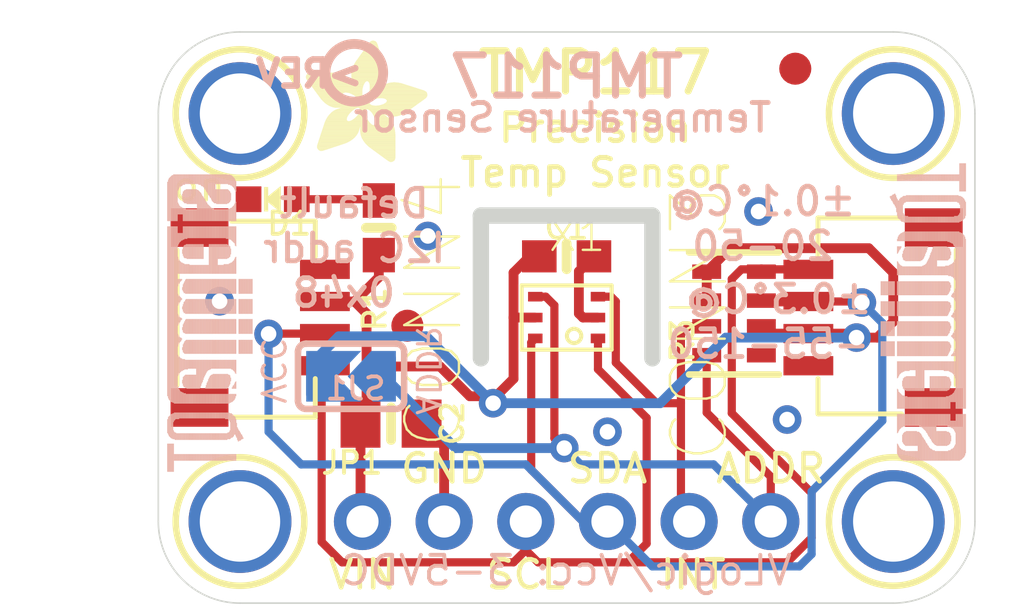
<source format=kicad_pcb>
(kicad_pcb (version 20211014) (generator pcbnew)
  (layers (0 "F.Cu" signal) (31 "B.Cu" signal) (34 "B.Paste" user) (35 "F.Paste" user) (36 "B.SilkS" user "B.Silkscreen") (37 "F.SilkS" user "F.Silkscreen") (38 "B.Mask" user) (39 "F.Mask" user) (44 "Edge.Cuts" user))
  (net 0 "")
  (net 1 "GND")
  (net 2 "SDA")
  (net 3 "SCL")
  (net 4 "INT")
  (net 5 "VCC")
  (net 6 "N$1")
  (net 7 "ADDR")
  (footprint "boardEagle:ADAFRUIT_3.5MM" (layer "F.Cu") (at 140.3731 100.1776)
    (fp_text reference "U$22" hide)
    (fp_text value "" hide)
  )
  (footprint "boardEagle:CHIPLED_0603_NOOUTLINE" (layer "F.Cu") (at 139.3571 101.3206 90)
    (fp_text reference "D1" (at -0.762 1.27) (layer "F.SilkS") (effects (font (size 0.692831 0.692831) (thickness 0.119969)) (justify right)))
    (fp_text value "GREEN")
    (pad "A" smd rect (at 0 0.75 90) (size 0.8 0.8) (layers "F.Cu" "F.Paste" "F.Mask") (net 6 "N$1"))
    (pad "C" smd rect (at 0 -0.75 90) (size 0.8 0.8) (layers "F.Cu" "F.Paste" "F.Mask") (net 1 "GND"))
  )
  (footprint "boardEagle:MOUNTINGHOLE_2.5_PLATED" (layer "F.Cu") (at 158.6611 98.6536)
    (fp_text reference "U$17" hide)
    (fp_text value "MOUNTINGHOLE2.5" hide)
    (pad "P$1" thru_hole circle (at 0 0) (size 3.2 3.2) (drill 2.5) (layers *.Cu *.Mask))
  )
  (footprint "boardEagle:MOUNTINGHOLE_2.5_PLATED" (layer "F.Cu") (at 138.3411 111.3536)
    (fp_text reference "U$19" hide)
    (fp_text value "MOUNTINGHOLE2.5" hide)
    (pad "P$1" thru_hole circle (at 0 0) (size 3.2 3.2) (drill 2.5) (layers *.Cu *.Mask))
  )
  (footprint "boardEagle:MOUNTINGHOLE_2.5_PLATED" (layer "F.Cu") (at 138.3411 98.6536)
    (fp_text reference "U$1" hide)
    (fp_text value "MOUNTINGHOLE2.5" hide)
    (pad "P$1" thru_hole circle (at 0 0) (size 3.2 3.2) (drill 2.5) (layers *.Cu *.Mask))
  )
  (footprint "boardEagle:RESPACK_4X0603" (layer "F.Cu") (at 153.7081 104.8766 90)
    (fp_text reference "R3" (at -1.6 -1.6 90) (layer "F.SilkS") (effects (font (size 0.692831 0.692831) (thickness 0.119969)) (justify left)))
    (fp_text value "10K")
    (pad "1" smd rect (at -1.3 0.85 90) (size 0.45 0.9) (layers "F.Cu" "F.Paste" "F.Mask") (net 1 "GND"))
    (pad "2" smd rect (at -0.4 0.85 90) (size 0.45 0.9) (layers "F.Cu" "F.Paste" "F.Mask") (net 5 "VCC"))
    (pad "3" smd rect (at 0.4 0.85 90) (size 0.45 0.9) (layers "F.Cu" "F.Paste" "F.Mask") (net 2 "SDA"))
    (pad "4" smd rect (at 1.3 0.85 90) (size 0.45 0.9) (layers "F.Cu" "F.Paste" "F.Mask") (net 3 "SCL"))
    (pad "5" smd rect (at 1.3 -0.85 90) (size 0.45 0.9) (layers "F.Cu" "F.Paste" "F.Mask") (net 5 "VCC"))
    (pad "6" smd rect (at 0.4 -0.85 90) (size 0.45 0.9) (layers "F.Cu" "F.Paste" "F.Mask") (net 5 "VCC"))
    (pad "7" smd rect (at -0.4 -0.85 90) (size 0.45 0.9) (layers "F.Cu" "F.Paste" "F.Mask") (net 4 "INT"))
    (pad "8" smd rect (at -1.3 -0.85 90) (size 0.45 0.9) (layers "F.Cu" "F.Paste" "F.Mask") (net 7 "ADDR"))
  )
  (footprint "boardEagle:WSON-6" (layer "F.Cu") (at 148.5011 105.0036 180)
    (fp_text reference "X1" (at -1.27 2.54) (layer "F.SilkS") (effects (font (size 0.941222 0.941222) (thickness 0.074778)) (justify right)))
    (fp_text value "TMP117_WSON")
    (pad "1" smd roundrect (at -0.975 -0.65 270) (size 0.3 0.45) (layers "F.Cu" "F.Paste" "F.Mask") (roundrect_rratio 0.025) (net 3 "SCL"))
    (pad "2" smd roundrect (at -0.975 0 270) (size 0.3 0.45) (layers "F.Cu" "F.Paste" "F.Mask") (roundrect_rratio 0.025) (net 1 "GND"))
    (pad "3" smd roundrect (at -0.975 0.65 270) (size 0.3 0.45) (layers "F.Cu" "F.Paste" "F.Mask") (roundrect_rratio 0.025) (net 4 "INT"))
    (pad "4" smd roundrect (at 0.975 0.65 270) (size 0.3 0.45) (layers "F.Cu" "F.Paste" "F.Mask") (roundrect_rratio 0.025) (net 7 "ADDR"))
    (pad "5" smd roundrect (at 0.975 0 270) (size 0.3 0.45) (layers "F.Cu" "F.Paste" "F.Mask") (roundrect_rratio 0.025) (net 5 "VCC"))
    (pad "6" smd roundrect (at 0.975 -0.65 270) (size 0.3 0.45) (layers "F.Cu" "F.Paste" "F.Mask") (roundrect_rratio 0.025) (net 2 "SDA"))
  )
  (footprint "boardEagle:JST_SH4" (layer "F.Cu") (at 138.4681 105.0036 -90)
    (fp_text reference "CONN4" (at -4.6 -5.9 90) (layer "F.SilkS") (effects (font (size 1.703222 1.703222) (thickness 0.074778)) (justify right)))
    (fp_text value "STEMMA_I2C_QT" hide)
    (pad "1" smd rect (at -1.5 -2.514) (size 1.55 0.6) (layers "F.Cu" "F.Paste" "F.Mask") (net 1 "GND"))
    (pad "2" smd rect (at -0.5 -2.514) (size 1.55 0.6) (layers "F.Cu" "F.Paste" "F.Mask") (net 5 "VCC"))
    (pad "3" smd rect (at 0.5 -2.514) (size 1.55 0.6) (layers "F.Cu" "F.Paste" "F.Mask") (net 2 "SDA"))
    (pad "4" smd rect (at 1.5 -2.514) (size 1.55 0.6) (layers "F.Cu" "F.Paste" "F.Mask") (net 3 "SCL"))
    (pad "MT1" smd rect (at -2.8 1.386) (size 1.8 1.2) (layers "F.Cu" "F.Paste" "F.Mask") (net 1 "GND"))
    (pad "MT2" smd rect (at 2.8 1.386) (size 1.8 1.2) (layers "F.Cu" "F.Paste" "F.Mask") (net 1 "GND"))
  )
  (footprint "boardEagle:1X06_ROUND_70" (layer "F.Cu") (at 148.5011 111.3536)
    (fp_text reference "JP1" (at -7.6962 -1.8288) (layer "F.SilkS") (effects (font (size 0.692831 0.692831) (thickness 0.119969)) (justify left)))
    (fp_text value "")
    (pad "1" thru_hole circle (at -6.35 0 90) (size 1.778 1.778) (drill 1) (layers *.Cu *.Mask) (net 5 "VCC"))
    (pad "2" thru_hole circle (at -3.81 0 90) (size 1.778 1.778) (drill 1) (layers *.Cu *.Mask) (net 1 "GND"))
    (pad "3" thru_hole circle (at -1.27 0 90) (size 1.778 1.778) (drill 1) (layers *.Cu *.Mask) (net 3 "SCL"))
    (pad "4" thru_hole circle (at 1.27 0 90) (size 1.778 1.778) (drill 1) (layers *.Cu *.Mask) (net 2 "SDA"))
    (pad "5" thru_hole circle (at 3.81 0 90) (size 1.778 1.778) (drill 1) (layers *.Cu *.Mask) (net 4 "INT"))
    (pad "6" thru_hole circle (at 6.35 0 90) (size 1.778 1.778) (drill 1) (layers *.Cu *.Mask) (net 7 "ADDR"))
  )
  (footprint "boardEagle:JST_SH4" (layer "F.Cu") (at 158.5341 105.0036 90)
    (fp_text reference "CONN3" (at -4.6 -5.9 90) (layer "F.SilkS") (effects (font (size 1.703222 1.703222) (thickness 0.074778)) (justify left)))
    (fp_text value "STEMMA_I2C_QT" hide)
    (pad "1" smd rect (at -1.5 -2.514 180) (size 1.55 0.6) (layers "F.Cu" "F.Paste" "F.Mask") (net 1 "GND"))
    (pad "2" smd rect (at -0.5 -2.514 180) (size 1.55 0.6) (layers "F.Cu" "F.Paste" "F.Mask") (net 5 "VCC"))
    (pad "3" smd rect (at 0.5 -2.514 180) (size 1.55 0.6) (layers "F.Cu" "F.Paste" "F.Mask") (net 2 "SDA"))
    (pad "4" smd rect (at 1.5 -2.514 180) (size 1.55 0.6) (layers "F.Cu" "F.Paste" "F.Mask") (net 3 "SCL"))
    (pad "MT1" smd rect (at -2.8 1.386 180) (size 1.8 1.2) (layers "F.Cu" "F.Paste" "F.Mask") (net 1 "GND"))
    (pad "MT2" smd rect (at 2.8 1.386 180) (size 1.8 1.2) (layers "F.Cu" "F.Paste" "F.Mask") (net 1 "GND"))
  )
  (footprint "boardEagle:0805-NO" (layer "F.Cu") (at 143.0401 108.3056)
    (fp_text reference "C2" (at 1.905 -0.762 90) (layer "F.SilkS") (effects (font (size 0.692831 0.692831) (thickness 0.119969)) (justify right)))
    (fp_text value "10uF")
    (pad "1" smd rect (at -0.95 0) (size 1.24 1.5) (layers "F.Cu" "F.Paste" "F.Mask") (net 5 "VCC"))
    (pad "2" smd rect (at 0.95 0) (size 1.24 1.5) (layers "F.Cu" "F.Paste" "F.Mask") (net 1 "GND"))
  )
  (footprint "boardEagle:0603-NO" (layer "F.Cu") (at 142.6591 102.2096 -90)
    (fp_text reference "R1" (at 1.778 0.127 90) (layer "F.SilkS") (effects (font (size 0.692831 0.692831) (thickness 0.119969)) (justify right)))
    (fp_text value "")
    (pad "1" smd rect (at -0.85 0 270) (size 1.075 1) (layers "F.Cu" "F.Paste" "F.Mask") (net 6 "N$1"))
    (pad "2" smd rect (at 0.85 0 270) (size 1.075 1) (layers "F.Cu" "F.Paste" "F.Mask") (net 5 "VCC"))
  )
  (footprint "boardEagle:0603-NO" (layer "F.Cu") (at 148.5011 103.0986)
    (fp_text reference "C1" (at -0.762 -0.889) (layer "F.SilkS") (effects (font (size 0.692831 0.692831) (thickness 0.119969)) (justify left)))
    (fp_text value "0.1uF")
    (pad "1" smd rect (at -0.85 0) (size 1.075 1) (layers "F.Cu" "F.Paste" "F.Mask") (net 5 "VCC"))
    (pad "2" smd rect (at 0.85 0) (size 1.075 1) (layers "F.Cu" "F.Paste" "F.Mask") (net 1 "GND"))
  )
  (footprint "boardEagle:FIDUCIAL_1MM" (layer "F.Cu") (at 143.5481 105.2576)
    (fp_text reference "FID3" hide)
    (fp_text value "FIDUCIAL_1MM" hide)
    (pad "1" smd roundrect (at 0 0) (size 1 1) (layers "F.Cu" "F.Mask") (roundrect_rratio 0.5))
  )
  (footprint "boardEagle:MOUNTINGHOLE_2.5_PLATED" (layer "F.Cu") (at 158.6611 111.3536)
    (fp_text reference "U$21" hide)
    (fp_text value "MOUNTINGHOLE2.5" hide)
    (pad "P$1" thru_hole circle (at 0 0) (size 3.2 3.2) (drill 2.5) (layers *.Cu *.Mask))
  )
  (footprint "boardEagle:FIDUCIAL_1MM" (layer "F.Cu") (at 155.6131 97.2566)
    (fp_text reference "FID4" hide)
    (fp_text value "FIDUCIAL_1MM" hide)
    (pad "1" smd roundrect (at 0 0) (size 1 1) (layers "F.Cu" "F.Mask") (roundrect_rratio 0.5))
  )
  (footprint "boardEagle:SOLDERJUMPER_ARROW_NOPASTE" (layer "B.Cu") (at 141.7955 106.8324 180)
    (fp_text reference "SJ1" (at -1.143 -0.381) (layer "B.SilkS") (effects (font (size 0.692831 0.692831) (thickness 0.119969)) (justify left mirror)))
    (fp_text value "")
    (fp_poly (pts (xy 1.3946 -0.7882) (xy -0.315893 -0.7882) (xy 0.443148 0) (xy -0.315893 0.7882) (xy 1.3946 0.7882)) (layer "B.Cu") (width 0) (fill solid))
    (fp_poly (pts (xy 0.106121 -0.002663) (xy -0.679416 -0.7882) (xy -1.3946 -0.7882) (xy -1.3946 0.7882) (xy -0.62715 0.7882)) (layer "B.Cu") (width 0) (fill solid))
    (pad "1" smd roundrect (at -1.016 0 180) (size 0.762 1.524) (layers "B.Cu") (net 7 "ADDR"))
    (pad "2" smd roundrect (at 1.016 0 180) (size 0.762 1.524) (layers "B.Cu") (net 5 "VCC"))
  )
  (footprint "boardEagle:STEMMAQT" (layer "B.Cu") (at 158.2801 109.4486 90)
    (fp_text reference "U$30" hide)
    (fp_text value "" hide)
  )
  (footprint "boardEagle:STEMMAQT" (layer "B.Cu") (at 138.7221 100.5586 -90)
    (fp_text reference "U$31" hide)
    (fp_text value "" hide)
  )
  (footprint "boardEagle:PCBFEAT-REV-040" (layer "B.Cu") (at 141.8971 97.3836 180)
    (fp_text reference "U$25" hide)
    (fp_text value "" hide)
    (fp_text user ">REV" (at -0.3556 -0.508) (layer "B.SilkS") (effects (font (size 0.8128 0.8128) (thickness 0.2032)) (justify left bottom mirror)))
  )
  (gr_line (start 138.3411 113.8936) (end 158.6611 113.8936) (layer "Edge.Cuts") (width 0.05))
  (gr_arc (start 161.2011 111.3536) (mid 160.457151 113.149651) (end 158.6611 113.8936) (layer "Edge.Cuts") (width 0.05))
  (gr_line (start 145.8341 101.8286) (end 151.1681 101.8286) (layer "Edge.Cuts") (width 0.508))
  (gr_line (start 161.2011 111.3536) (end 161.2011 98.6536) (layer "Edge.Cuts") (width 0.05))
  (gr_line (start 135.8011 98.6536) (end 135.8011 111.3536) (layer "Edge.Cuts") (width 0.05))
  (gr_line (start 151.1681 101.8286) (end 151.1681 106.2736) (layer "Edge.Cuts") (width 0.508))
  (gr_arc (start 158.6611 96.1136) (mid 160.457151 96.857549) (end 161.2011 98.6536) (layer "Edge.Cuts") (width 0.05))
  (gr_line (start 158.6611 96.1136) (end 138.3411 96.1136) (layer "Edge.Cuts") (width 0.05))
  (gr_line (start 145.8341 106.2736) (end 145.8341 101.8286) (layer "Edge.Cuts") (width 0.508))
  (gr_arc (start 138.3411 113.8936) (mid 136.545049 113.149651) (end 135.8011 111.3536) (layer "Edge.Cuts") (width 0.05))
  (gr_arc (start 135.8011 98.6536) (mid 136.545049 96.857549) (end 138.3411 96.1136) (layer "Edge.Cuts") (width 0.05))
  (gr_text "±0.1°C@\n20-50" (at 154.5971 102.0826) (layer "B.SilkS") (effects (font (size 0.8636 0.8636) (thickness 0.1524)) (justify mirror)))
  (gr_text "Default\nI2C addr\n 0x48" (at 141.8971 102.8446) (layer "B.SilkS") (effects (font (size 0.8636 0.8636) (thickness 0.1524)) (justify mirror)))
  (gr_text "TMP117" (at 148.5011 97.5106) (layer "B.SilkS") (effects (font (size 1.25222 1.25222) (thickness 0.22098)) (justify mirror)))
  (gr_text "VCC" (at 139.3571 106.6546 -90) (layer "B.SilkS") (effects (font (size 0.715264 0.715264) (thickness 0.097536)) (justify mirror)))
  (gr_text "VLogic/Vcc: 3-5VDC" (at 148.5011 112.8776) (layer "B.SilkS") (effects (font (size 0.89408 0.89408) (thickness 0.12192)) (justify mirror)))
  (gr_text "ADDR" (at 144.1831 106.6546 -90) (layer "B.SilkS") (effects (font (size 0.715264 0.715264) (thickness 0.097536)) (justify mirror)))
  (gr_text "Temperature Sensor" (at 148.3741 98.7806) (layer "B.SilkS") (effects (font (size 0.8636 0.8636) (thickness 0.1524)) (justify mirror)))
  (gr_text "±0.3°C@\n -55-150" (at 155.1051 105.1306) (layer "B.SilkS") (effects (font (size 0.8636 0.8636) (thickness 0.1524)) (justify mirror)))
  (gr_text "TMP117" (at 149.3901 97.3836) (layer "F.SilkS") (effects (font (size 1.25222 1.25222) (thickness 0.22098))))
  (gr_text "on" (at 136.1821 101.4476) (layer "F.SilkS") (effects (font (size 0.89408 0.89408) (thickness 0.12192)) (justify left bottom)))
  (gr_text "Precision\nTemp Sensor" (at 149.3901 99.7966) (layer "F.SilkS") (effects (font (size 0.8636 0.8636) (thickness 0.1524))))
  (gr_text "GND" (at 144.6911 109.7026) (layer "F.SilkS") (effects (font (size 0.87376 0.87376) (thickness 0.14224))))
  (gr_text "ADDR" (at 154.8511 109.7026) (layer "F.SilkS") (effects (font (size 0.87376 0.87376) (thickness 0.14224))))
  (gr_text "VIN" (at 142.1511 113.0046) (layer "F.SilkS") (effects (font (size 0.87376 0.87376) (thickness 0.14224))))
  (gr_text "INT" (at 152.4381 113.0046) (layer "F.SilkS") (effects (font (size 0.87376 0.87376) (thickness 0.14224))))
  (gr_text "SDA" (at 149.7711 109.7026) (layer "F.SilkS") (effects (font (size 0.87376 0.87376) (thickness 0.14224))))
  (gr_text "SCL" (at 147.2311 113.0046) (layer "F.SilkS") (effects (font (size 0.87376 0.87376) (thickness 0.14224))))
  (segment (start 144.6911 111.3536) (end 144.6911 109.0066) (width 0.3048) (layer "F.Cu") (net 1))
  (segment (start 144.6911 109.0066) (end 143.9901 108.3056) (width 0.3048) (layer "F.Cu") (net 1))
  (segment (start 149.0091 105.0036) (end 148.8821 104.8766) (width 0.3048) (layer "F.Cu") (net 1))
  (segment (start 149.4761 105.0036) (end 149.0091 105.0036) (width 0.3048) (layer "F.Cu") (net 1))
  (segment (start 148.8821 104.8766) (end 148.8821 103.5676) (width 0.3048) (layer "F.Cu") (net 1))
  (segment (start 148.8821 103.5676) (end 149.3511 103.0986) (width 0.3048) (layer "F.Cu") (net 1))
  (via (at 154.4701 101.7016) (size 0.889) (drill 0.4826) (layers "F.Cu" "B.Cu") (net 1))
  (via (at 137.7061 104.4956) (size 0.889) (drill 0.4826) (layers "F.Cu" "B.Cu") (net 1))
  (via (at 144.1831 102.4636) (size 0.889) (drill 0.4826) (layers "F.Cu" "B.Cu") (net 1))
  (via (at 155.3591 108.1786) (size 0.889) (drill 0.4826) (layers "F.Cu" "B.Cu") (net 1))
  (via (at 149.7711 108.5596) (size 0.889) (drill 0.4826) (layers "F.Cu" "B.Cu") (net 1))
  (segment (start 147.5261 105.6536) (end 147.3991 105.7806) (width 0.254) (layer "F.Cu") (net 2))
  (segment (start 154.5851 104.5036) (end 154.5581 104.4766) (width 0.3048) (layer "F.Cu") (net 2))
  (segment (start 156.0201 104.5036) (end 157.6531 104.5036) (width 0.254) (layer "F.Cu") (net 2))
  (segment (start 149.7711 111.3536) (end 149.0091 111.3536) (width 0.254) (layer "F.Cu") (net 2))
  (segment (start 147.3991 105.7806) (end 147.3991 109.7436) (width 0.254) (layer "F.Cu") (net 2))
  (segment (start 156.0201 104.5036) (end 154.5851 104.5036) (width 0.3048) (layer "F.Cu") (net 2))
  (segment (start 139.2381 105.5036) (end 139.2301 105.5116) (width 0.254) (layer "F.Cu") (net 2))
  (segment (start 140.9821 105.5036) (end 139.2381 105.5036) (width 0.254) (layer "F.Cu") (net 2))
  (segment (start 149.0091 111.3536) (end 147.3991 109.7436) (width 0.254) (layer "F.Cu") (net 2))
  (segment (start 157.684896 104.535397) (end 157.6531 104.5036) (width 0.254) (layer "F.Cu") (net 2))
  (via (at 157.684896 104.535397) (size 0.889) (drill 0.4826) (layers "F.Cu" "B.Cu") (net 2))
  (via (at 139.2301 105.5116) (size 0.889) (drill 0.4826) (layers "F.Cu" "B.Cu") (net 2))
  (segment (start 149.0091 111.3536) (end 147.2311 109.5756) (width 0.254) (layer "B.Cu") (net 2))
  (segment (start 155.7401 112.7506) (end 156.1211 112.3696) (width 0.254) (layer "B.Cu") (net 2))
  (segment (start 149.0091 111.3536) (end 149.7711 111.3536) (width 0.254) (layer "B.Cu") (net 2))
  (segment (start 151.1681 112.7506) (end 155.7401 112.7506) (width 0.254) (layer "B.Cu") (net 2))
  (segment (start 140.2461 109.5756) (end 147.2311 109.5756) (width 0.254) (layer "B.Cu") (net 2))
  (segment (start 158.319896 105.170397) (end 158.319896 108.218397) (width 0.254) (layer "B.Cu") (net 2))
  (segment (start 139.2301 105.5116) (end 139.2301 108.5596) (width 0.254) (layer "B.Cu") (net 2))
  (segment (start 140.2461 109.5756) (end 139.2301 108.5596) (width 0.254) (layer "B.Cu") (net 2))
  (segment (start 158.319896 108.218397) (end 156.1211 110.417194) (width 0.254) (layer "B.Cu") (net 2))
  (segment (start 156.1211 110.417194) (end 156.1211 112.3696) (width 0.254) (layer "B.Cu") (net 2))
  (segment (start 149.7711 111.3536) (end 151.1681 112.7506) (width 0.254) (layer "B.Cu") (net 2))
  (segment (start 157.684896 104.535397) (end 158.319896 105.170397) (width 0.254) (layer "B.Cu") (net 2))
  (segment (start 154.5581 103.5766) (end 154.5581 103.5036) (width 0.3048) (layer "F.Cu") (net 3))
  (segment (start 147.6121 112.6236) (end 147.2311 112.2426) (width 0.254) (layer "F.Cu") (net 3))
  (segment (start 146.8501 112.6236) (end 147.2311 112.2426) (width 0.254) (layer "F.Cu") (net 3))
  (segment (start 155.3591 112.6236) (end 156.1211 111.8616) (width 0.254) (layer "F.Cu") (net 3))
  (segment (start 140.8811 111.9886) (end 141.5161 112.6236) (width 0.254) (layer "F.Cu") (net 3))
  (segment (start 141.5161 112.6236) (end 146.8501 112.6236) (width 0.254) (layer "F.Cu") (net 3))
  (segment (start 140.9821 106.5036) (end 140.8811 106.6046) (width 0.254) (layer "F.Cu") (net 3))
  (segment (start 153.6383 107.9818) (end 153.6383 103.8034) (width 0.254) (layer "F.Cu") (net 3))
  (segment (start 156.1211 110.4646) (end 153.6383 107.9818) (width 0.254) (layer "F.Cu") (net 3))
  (segment (start 149.4761 106.6136) (end 150.9903 108.1278) (width 0.254) (layer "F.Cu") (net 3))
  (segment (start 149.4761 105.6536) (end 149.4761 106.6136) (width 0.254) (layer "F.Cu") (net 3))
  (segment (start 150.9903 112.0394) (end 150.4061 112.6236) (width 0.254) (layer "F.Cu") (net 3))
  (segment (start 153.9381 103.5036) (end 154.5581 103.5036) (width 0.254) (layer "F.Cu") (net 3))
  (segment (start 150.9903 108.1278) (end 150.9903 112.0394) (width 0.254) (layer "F.Cu") (net 3))
  (segment (start 147.2311 112.2426) (end 147.2311 111.3536) (width 0.254) (layer "F.Cu") (net 3))
  (segment (start 150.4061 112.6236) (end 155.3591 112.6236) (width 0.254) (layer "F.Cu") (net 3))
  (segment (start 156.1211 111.8616) (end 156.1211 110.4646) (width 0.254) (layer "F.Cu") (net 3))
  (segment (start 154.5581 103.5036) (end 156.0201 103.5036) (width 0.254) (layer "F.Cu") (net 3))
  (segment (start 140.8811 106.6046) (end 140.8811 111.9886) (width 0.254) (layer "F.Cu") (net 3))
  (segment (start 147.6121 112.6236) (end 150.4061 112.6236) (width 0.254) (layer "F.Cu") (net 3))
  (segment (start 153.6383 103.8034) (end 153.9381 103.5036) (width 0.254) (layer "F.Cu") (net 3))
  (segment (start 149.4761 104.3536) (end 149.8831 104.3536) (width 0.254) (layer "F.Cu") (net 4))
  (segment (start 152.0571 107.6706) (end 152.0571 111.0996) (width 0.254) (layer "F.Cu") (net 4))
  (segment (start 152.2921 105.2766) (end 152.8581 105.2766) (width 0.254) (layer "F.Cu") (net 4))
  (segment (start 149.8831 104.3536) (end 150.0313 104.5018) (width 0.254) (layer "F.Cu") (net 4))
  (segment (start 152.0571 105.5116) (end 152.2921 105.2766) (width 0.254) (layer "F.Cu") (net 4))
  (segment (start 150.0313 104.5018) (end 150.0313 106.4068) (width 0.254) (layer "F.Cu") (net 4))
  (segment (start 151.2951 107.6706) (end 152.0571 107.6706) (width 0.254) (layer "F.Cu") (net 4))
  (segment (start 152.0571 105.5116) (end 152.0571 107.6706) (width 0.254) (layer "F.Cu") (net 4))
  (segment (start 150.0313 106.4068) (end 151.2951 107.6706) (width 0.254) (layer "F.Cu") (net 4))
  (segment (start 152.0571 111.0996) (end 152.3111 111.3536) (width 0.254) (layer "F.Cu") (net 4))
  (segment (start 142.0901 108.3056) (end 142.0901 111.2926) (width 0.3048) (layer "F.Cu") (net 5))
  (segment (start 154.7851 105.5036) (end 154.5581 105.2766) (width 0.3048) (layer "F.Cu") (net 5))
  (segment (start 141.9051 104.5036) (end 142.2781 104.8766) (width 0.3048) (layer "F.Cu") (net 5))
  (segment (start 146.8501 103.6066) (end 147.3581 103.0986) (width 0.3048) (layer "F.Cu") (net 5))
  (segment (start 142.0901 108.1036) (end 142.0901 108.3056) (width 0.3048) (layer "F.Cu") (net 5))
  (segment (start 156.0201 105.5036) (end 154.7851 105.5036) (width 0.3048) (layer "F.Cu") (net 5))
  (segment (start 146.3047 107.454) (end 146.0881 107.454) (width 0.3048) (layer "F.Cu") (net 5))
  (segment (start 142.2781 107.9156) (end 142.0901 108.1036) (width 0.3048) (layer "F.Cu") (net 5))
  (segment (start 144.5641 106.5276) (end 142.2781 106.5276) (width 0.3048) (layer "F.Cu") (net 5))
  (segment (start 145.4905 107.454) (end 144.5641 106.5276) (width 0.3048) (layer "F.Cu") (net 5))
  (segment (start 146.8501 106.9086) (end 146.3047 107.454) (width 0.3048) (layer "F.Cu") (net 5))
  (segment (start 158.6611 105.1306) (end 158.164106 105.627594) (width 0.3048) (layer "F.Cu") (net 5))
  (segment (start 146.8501 105.0036) (end 146.8501 103.6066) (width 0.3048) (layer "F.Cu") (net 5))
  (segment (start 152.8581 103.5766) (end 153.5901 102.8446) (width 0.3048) (layer "F.Cu") (net 5))
  (segment (start 142.2781 104.8766) (end 142.2781 106.5276) (width 0.3048) (layer "F.Cu") (net 5))
  (segment (start 146.0881 107.454) (end 145.4905 107.454) (width 0.3048) (layer "F.Cu") (net 5))
  (segment (start 146.0881 107.454) (end 146.2151 107.581) (width 0.3048) (layer "F.Cu") (net 5))
  (segment (start 142.6591 103.0596) (end 142.6591 103.7496) (width 0.3048) (layer "F.Cu") (net 5))
  (segment (start 158.6611 103.6066) (end 158.6611 105.1306) (width 0.3048) (layer "F.Cu") (net 5))
  (segment (start 157.8991 102.8446) (end 158.6611 103.6066) (width 0.3048) (layer "F.Cu") (net 5))
  (segment (start 142.2781 106.5276) (end 142.2781 107.9156) (width 0.3048) (layer "F.Cu") (net 5))
  (segment (start 142.6591 103.7496) (end 141.9051 104.5036) (width 0.3048) (layer "F.Cu") (net 5))
  (segment (start 147.5261 105.0036) (end 146.8501 105.0036) (width 0.3048) (layer "F.Cu") (net 5))
  (segment (start 140.9821 104.5036) (end 141.9051 104.5036) (width 0.3048) (layer "F.Cu") (net 5))
  (segment (start 146.8501 105.0036) (end 146.8501 106.9086) (width 0.3048) (layer "F.Cu") (net 5))
  (segment (start 158.164106 105.627594) (end 157.5181 105.627594) (width 0.3048) (layer "F.Cu") (net 5))
  (segment (start 142.1511 111.3536) (end 142.0901 111.2926) (width 0.3048) (layer "F.Cu") (net 5))
  (segment (start 146.2151 107.581) (end 146.2151 107.6706) (width 0.3048) (layer "F.Cu") (net 5))
  (segment (start 157.5181 105.627594) (end 157.394106 105.5036) (width 0.3048) (layer "F.Cu") (net 5))
  (segment (start 153.5901 102.8446) (end 157.8991 102.8446) (width 0.3048) (layer "F.Cu") (net 5))
  (segment (start 156.0201 105.5036) (end 157.394106 105.5036) (width 0.3048) (layer "F.Cu") (net 5))
  (segment (start 147.3581 103.0986) (end 147.6511 103.0986) (width 0.3048) (layer "F.Cu") (net 5))
  (segment (start 152.8581 103.5766) (end 152.8581 104.4766) (width 0.3048) (layer "F.Cu") (net 5))
  (via (at 146.2151 107.6706) (size 0.889) (drill 0.4826) (layers "F.Cu" "B.Cu") (net 5))
  (via (at 157.5181 105.627594) (size 0.889) (drill 0.4826) (layers "F.Cu" "B.Cu") (net 5))
  (segment (start 140.7795 106.8324) (end 140.7795 106.220719) (width 0.3048) (layer "B.Cu") (net 5))
  (segment (start 157.5181 105.627594) (end 153.4541 105.627594) (width 0.3048) (layer "B.Cu") (net 5))
  (segment (start 151.411093 107.6706) (end 146.2151 107.6706) (width 0.3048) (layer "B.Cu") (net 5))
  (segment (start 153.4541 105.627594) (end 151.411093 107.6706) (width 0.3048) (layer "B.Cu") (net 5))
  (segment (start 141.412418 105.5878) (end 144.1323 105.5878) (width 0.3048) (layer "B.Cu") (net 5))
  (segment (start 144.1323 105.5878) (end 146.2151 107.6706) (width 0.3048) (layer "B.Cu") (net 5))
  (segment (start 141.412418 105.5878) (end 140.7795 106.220719) (width 0.3048) (layer "B.Cu") (net 5))
  (segment (start 142.6201 101.3206) (end 142.6591 101.3596) (width 0.254) (layer "F.Cu") (net 6))
  (segment (start 140.1071 101.3206) (end 142.6201 101.3206) (width 0.254) (layer "F.Cu") (net 6))
  (segment (start 148.1201 104.6226) (end 148.1201 108.7599) (width 0.254) (layer "F.Cu") (net 7))
  (segment (start 152.8581 106.1766) (end 152.8581 107.9636) (width 0.254) (layer "F.Cu") (net 7))
  (segment (start 154.8511 109.9566) (end 152.8581 107.9636) (width 0.254) (layer "F.Cu") (net 7))
  (segment (start 147.8511 104.3536) (end 148.1201 104.6226) (width 0.254) (layer "F.Cu") (net 7))
  (segment (start 147.5261 104.3536) (end 147.8511 104.3536) (width 0.254) (layer "F.Cu") (net 7))
  (segment (start 154.8511 109.9566) (end 154.8511 111.3536) (width 0.254) (layer "F.Cu") (net 7))
  (segment (start 148.1201 108.7599) (end 148.4278 109.0676) (width 0.254) (layer "F.Cu") (net 7))
  (via (at 148.4278 109.0676) (size 0.889) (drill 0.4826) (layers "F.Cu" "B.Cu") (net 7))
  (segment (start 148.9358 109.5756) (end 148.4278 109.0676) (width 0.254) (layer "B.Cu") (net 7))
  (segment (start 145.0467 109.0676) (end 142.8115 106.8324) (width 0.3048) (layer "B.Cu") (net 7))
  (segment (start 148.9358 109.5756) (end 153.0731 109.5756) (width 0.254) (layer "B.Cu") (net 7))
  (segment (start 153.0731 109.5756) (end 154.8511 111.3536) (width 0.254) (layer "B.Cu") (net 7))
  (segment (start 148.4278 109.0676) (end 145.0467 109.0676) (width 0.3048) (layer "B.Cu") (net 7))
)
</source>
